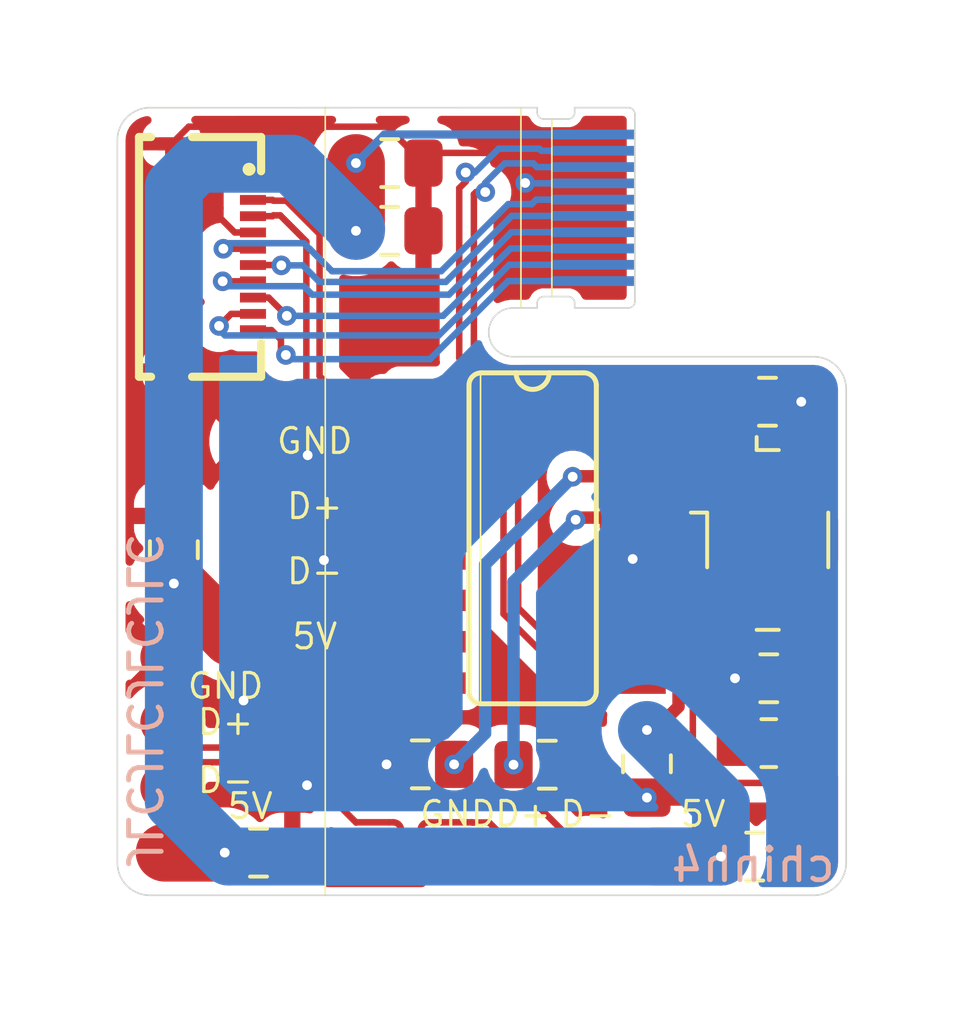
<source format=kicad_pcb>
(kicad_pcb (version 20241229) (generator "pcbnew") (generator_version "9.0")
  (layers (0 "F.Cu" signal) (2 "B.Cu" signal) (13 "F.Paste" user) (15 "B.Paste" user) (5 "F.SilkS" user "F.Silkscreen") (7 "B.SilkS" user "B.Silkscreen") (1 "F.Mask" user) (3 "B.Mask" user) (25 "Edge.Cuts" user))
  (net 0 "")
  (net 1 "EC_CTRL")
  (net 2 "RGB_W")
  (net 3 "RGB_G")
  (net 4 "VBUS")
  (net 5 "USB_HOST_P")
  (net 6 "USB_HOST_N")
  (net 7 "RGB_R")
  (net 8 "SWITCH")
  (net 9 "GND")
  (net 10 "LED_COM")
  (net 11 "Net-(U2-VDD33)")
  (net 12 "X_IN")
  (net 13 "USB_FNG_N")
  (net 14 "USB_FNG_P")
  (net 15 "USB_KB_P")
  (net 16 "USB_KB_N")
  (net 17 "Net-(U2-VDD18)")
  (net 18 "X_OUT")
  (net 19 "USB_EX1_P")
  (net 20 "USB_EX1_N")
  (net 21 "USB_EX2_N")
  (net 22 "Net-(C10-Pad2)")
  (net 23 "USB_EX2_P")
  (footprint "Custom:4 pad" (layer "F.Cu") (at 135.08 51.87 90)
    (property "Reference" "J4" (hide yes))
    (property "Value" "Conn_01x04_Socket")
    (pad "1" smd circle (at -3 0 90) (size 1.5 1.5) (layers "F.Cu" "F.Mask" "F.Paste") (net 4 "VBUS"))
    (pad "2" smd circle (at -1 0 90) (size 1.5 1.5) (layers "F.Cu" "F.Mask" "F.Paste") (net 21 "USB_EX2_N"))
    (pad "3" smd circle (at 1 0 90) (size 1.5 1.5) (layers "F.Cu" "F.Mask" "F.Paste") (net 23 "USB_EX2_P"))
    (pad "4" smd circle (at 3 0 90) (size 1.5 1.5) (layers "F.Cu" "F.Mask" "F.Paste") (net 9 "GND"))
  )
  (footprint "Capacitor_SMD:C_0805_2012Metric_Pad1.18x1.45mm_HandSolder" (layer "F.Cu") (at 135.36 45.57 -90)
    (property "Reference" "C2" (hide yes))
    (property "Value" "10μF")
    (fp_line (start -0.261253 0.735) (end 0.261253 0.735) (stroke (width 0.12)) (layer "F.SilkS"))
    (fp_line (start -0.261253 -0.735) (end 0.261253 -0.735) (stroke (width 0.12)) (layer "F.SilkS"))
    (pad "1" smd roundrect (at -1.0375 0 270) (size 1.175 1.45) (layers "F.Cu" "F.Mask" "F.Paste") (roundrect_rratio 0.212766) (net 9 "GND"))
    (pad "2" smd roundrect (at 1.0375 0 270) (size 1.175 1.45) (layers "F.Cu" "F.Mask" "F.Paste") (roundrect_rratio 0.212766) (net 4 "VBUS"))
  )
  (footprint "Capacitor_SMD:C_0805_2012Metric_Pad1.18x1.45mm_HandSolder" (layer "F.Cu") (at 141.99 35.78 180)
    (property "Reference" "C6" (hide yes))
    (property "Value" "10μF")
    (fp_line (start -0.261252 0.735) (end 0.261252 0.735) (stroke (width 0.12)) (layer "F.SilkS"))
    (fp_line (start -0.261252 -0.735) (end 0.261252 -0.735) (stroke (width 0.12)) (layer "F.SilkS"))
    (pad "1" smd roundrect (at -1.0375 0 180) (size 1.175 1.45) (layers "F.Cu" "F.Mask" "F.Paste") (roundrect_rratio 0.212766) (net 9 "GND"))
    (pad "2" smd roundrect (at 1.0375 0 180) (size 1.175 1.45) (layers "F.Cu" "F.Mask" "F.Paste") (roundrect_rratio 0.212766) (net 4 "VBUS"))
  )
  (footprint "easyeda2kicad:CONN-SMD_10P-P0.50_046809610110846" (layer "F.Cu") (at 136.54 36.58 -90)
    (property "Reference" "FPC1" (hide yes))
    (property "Value" "046809610110846+")
    (fp_line (start -3.68 2.25) (end 3.68 2.25) (stroke (width 0.25)) (layer "F.SilkS"))
    (fp_line (start -3.68 2.25) (end -3.68 1.88) (stroke (width 0.25)) (layer "F.SilkS"))
    (fp_line (start 3.68 2.25) (end 3.68 1.88) (stroke (width 0.25)) (layer "F.SilkS"))
    (fp_line (start -3.68 0.62) (end -3.68 -1.5) (stroke (width 0.25)) (layer "F.SilkS"))
    (fp_line (start 3.68 0.62) (end 3.68 -1.5) (stroke (width 0.25)) (layer "F.SilkS"))
    (fp_line (start -2.63 -1.5) (end -3.68 -1.5) (stroke (width 0.25)) (layer "F.SilkS"))
    (fp_line (start 3.68 -1.5) (end 2.63 -1.5) (stroke (width 0.25)) (layer "F.SilkS"))
    (fp_circle (center -2.69 -1.13) (end -2.59 -1.13) (stroke (width 0.2)) (fill no) (layer "F.SilkS"))
    (pad "1" smd rect (at -2.25 -1.25 270) (size 0.3 0.8) (layers "F.Cu" "F.Mask" "F.Paste") (net 4 "VBUS"))
    (pad "2" smd rect (at -1.75 -1.25 270) (size 0.3 0.8) (layers "F.Cu" "F.Mask" "F.Paste") (net 13 "USB_FNG_N"))
    (pad "3" smd rect (at -1.25 -1.25 270) (size 0.3 0.8) (layers "F.Cu" "F.Mask" "F.Paste") (net 14 "USB_FNG_P"))
    (pad "4" smd rect (at -0.75 -1.25 270) (size 0.3 0.8) (layers "F.Cu" "F.Mask" "F.Paste") (net 9 "GND"))
    (pad "5" smd rect (at -0.25 -1.25 270) (size 0.3 0.8) (layers "F.Cu" "F.Mask" "F.Paste") (net 1 "EC_CTRL"))
    (pad "6" smd rect (at 0.25 -1.25 270) (size 0.3 0.8) (layers "F.Cu" "F.Mask" "F.Paste") (net 8 "SWITCH"))
    (pad "7" smd rect (at 0.75 -1.25 270) (size 0.3 0.8) (layers "F.Cu" "F.Mask" "F.Paste") (net 2 "RGB_W"))
    (pad "8" smd rect (at 1.25 -1.25 270) (size 0.3 0.8) (layers "F.Cu" "F.Mask" "F.Paste") (net 3 "RGB_G"))
    (pad "9" smd rect (at 1.75 -1.25 270) (size 0.3 0.8) (layers "F.Cu" "F.Mask" "F.Paste") (net 7 "RGB_R"))
    (pad "10" smd rect (at 2.25 -1.25 270) (size 0.3 0.8) (layers "F.Cu" "F.Mask" "F.Paste") (net 10 "LED_COM"))
    (pad "11" smd rect (at -3.47 1.25 270) (size 0.4 0.8) (layers "F.Cu" "F.Mask" "F.Paste") (net 9 "GND"))
    (pad "12" smd rect (at 3.47 1.25 270) (size 0.4 0.8) (layers "F.Cu" "F.Mask" "F.Paste") (net 9 "GND"))
  )
  (footprint "Capacitor_SMD:C_0805_2012Metric_Pad1.18x1.45mm_HandSolder" (layer "F.Cu") (at 146.83 52.17 180)
    (property "Reference" "C13" (hide yes))
    (property "Value" "10μF")
    (fp_line (start -0.261253 0.735) (end 0.261253 0.735) (stroke (width 0.12)) (layer "F.SilkS"))
    (fp_line (start -0.261253 -0.735) (end 0.261253 -0.735) (stroke (width 0.12)) (layer "F.SilkS"))
    (pad "1" smd roundrect (at -1.0375 0 180) (size 1.175 1.45) (layers "F.Cu" "F.Mask" "F.Paste") (roundrect_rratio 0.212766) (net 9 "GND"))
    (pad "2" smd roundrect (at 1.0375 0 180) (size 1.175 1.45) (layers "F.Cu" "F.Mask" "F.Paste") (roundrect_rratio 0.212766) (net 11 "Net-(U2-VDD33)"))
  )
  (footprint "Resistor_SMD:R_0805_2012Metric_Pad1.20x1.40mm_HandSolder" (layer "F.Cu") (at 153.6325 51.507499 180)
    (property "Reference" "R7" (hide yes))
    (property "Value" "1kΩ")
    (fp_line (start -0.227064 0.735) (end 0.227064 0.735) (stroke (width 0.12)) (layer "F.SilkS"))
    (fp_line (start -0.227064 -0.735) (end 0.227064 -0.735) (stroke (width 0.12)) (layer "F.SilkS"))
    (pad "1" smd roundrect (at -1 0 180) (size 1.2 1.4) (layers "F.Cu" "F.Mask" "F.Paste") (roundrect_rratio 0.208333) (net 18 "X_OUT"))
    (pad "2" smd roundrect (at 1 0 180) (size 1.2 1.4) (layers "F.Cu" "F.Mask" "F.Paste") (roundrect_rratio 0.208333) (net 22 "Net-(C10-Pad2)"))
  )
  (footprint "Custom:4 pad" (layer "F.Cu") (at 137.7 45.25 90)
    (property "Reference" "J2" (hide yes))
    (property "Value" "Conn_01x04_Socket")
    (pad "1" smd circle (at -3 0 90) (size 1.5 1.5) (layers "F.Cu" "F.Mask" "F.Paste") (net 4 "VBUS"))
    (pad "2" smd circle (at -1 0 90) (size 1.5 1.5) (layers "F.Cu" "F.Mask" "F.Paste") (net 20 "USB_EX1_N"))
    (pad "3" smd circle (at 1 0 90) (size 1.5 1.5) (layers "F.Cu" "F.Mask" "F.Paste") (net 19 "USB_EX1_P"))
    (pad "4" smd circle (at 3 0 90) (size 1.5 1.5) (layers "F.Cu" "F.Mask" "F.Paste") (net 9 "GND"))
  )
  (footprint "Capacitor_SMD:C_0805_2012Metric_Pad1.18x1.45mm_HandSolder" (layer "F.Cu") (at 142.93 52.16)
    (property "Reference" "C14" (hide yes))
    (property "Value" "10μF")
    (fp_line (start -0.261252 -0.735) (end 0.261252 -0.735) (stroke (width 0.12)) (layer "F.SilkS"))
    (fp_line (start -0.261252 0.735) (end 0.261252 0.735) (stroke (width 0.12)) (layer "F.SilkS"))
    (pad "1" smd roundrect (at -1.0375 0) (size 1.175 1.45) (layers "F.Cu" "F.Mask" "F.Paste") (roundrect_rratio 0.212766) (net 9 "GND"))
    (pad "2" smd roundrect (at 1.0375 0) (size 1.175 1.45) (layers "F.Cu" "F.Mask" "F.Paste") (roundrect_rratio 0.212766) (net 17 "Net-(U2-VDD18)"))
  )
  (footprint "Capacitor_SMD:C_0805_2012Metric_Pad1.18x1.45mm_HandSolder" (layer "F.Cu") (at 153.6325 49.5175)
    (property "Reference" "C10" (hide yes))
    (property "Value" "27 pF")
    (fp_line (start -0.261253 -0.735) (end 0.261253 -0.735) (stroke (width 0.12)) (layer "F.SilkS"))
    (fp_line (start -0.261253 0.735) (end 0.261253 0.735) (stroke (width 0.12)) (layer "F.SilkS"))
    (pad "1" smd roundrect (at -1.0375 0) (size 1.175 1.45) (layers "F.Cu" "F.Mask" "F.Paste") (roundrect_rratio 0.212766) (net 9 "GND"))
    (pad "2" smd roundrect (at 1.0375 0) (size 1.175 1.45) (layers "F.Cu" "F.Mask" "F.Paste") (roundrect_rratio 0.212766) (net 22 "Net-(C10-Pad2)"))
  )
  (footprint "Capacitor_SMD:C_0805_2012Metric_Pad1.18x1.45mm_HandSolder" (layer "F.Cu") (at 153.5925 41.027499)
    (property "Reference" "C9" (hide yes))
    (property "Value" "27 pF")
    (fp_line (start -0.261253 -0.735) (end 0.261253 -0.735) (stroke (width 0.12)) (layer "F.SilkS"))
    (fp_line (start -0.261253 0.735) (end 0.261253 0.735) (stroke (width 0.12)) (layer "F.SilkS"))
    (pad "1" smd roundrect (at -1.0375 0) (size 1.175 1.45) (layers "F.Cu" "F.Mask" "F.Paste") (roundrect_rratio 0.212766) (net 12 "X_IN"))
    (pad "2" smd roundrect (at 1.0375 0) (size 1.175 1.45) (layers "F.Cu" "F.Mask" "F.Paste") (roundrect_rratio 0.212766) (net 9 "GND"))
  )
  (footprint "Capacitor_SMD:C_0805_2012Metric_Pad1.18x1.45mm_HandSolder" (layer "F.Cu") (at 153.2 54.99 180)
    (property "Reference" "C8" (hide yes))
    (property "Value" "10μF")
    (fp_line (start -0.261253 0.735) (end 0.261253 0.735) (stroke (width 0.12)) (layer "F.SilkS"))
    (fp_line (start -0.261253 -0.735) (end 0.261253 -0.735) (stroke (width 0.12)) (layer "F.SilkS"))
    (pad "1" smd roundrect (at -1.0375 0 180) (size 1.175 1.45) (layers "F.Cu" "F.Mask" "F.Paste") (roundrect_rratio 0.212766) (net 9 "GND"))
    (pad "2" smd roundrect (at 1.0375 0 180) (size 1.175 1.45) (layers "F.Cu" "F.Mask" "F.Paste") (roundrect_rratio 0.212766) (net 4 "VBUS"))
  )
  (footprint "Custom:4 pad" (layer "F.Cu") (at 147.09 54.99 180)
    (property "Reference" "J3" (hide yes))
    (property "Value" "Conn_01x04_Socket")
    (pad "1" smd circle (at -3 0 180) (size 1.5 1.5) (layers "F.Cu" "F.Mask" "F.Paste") (net 4 "VBUS"))
    (pad "2" smd circle (at -1 0 180) (size 1.5 1.5) (layers "F.Cu" "F.Mask" "F.Paste") (net 16 "USB_KB_N"))
    (pad "3" smd circle (at 1 0 180) (size 1.5 1.5) (layers "F.Cu" "F.Mask" "F.Paste") (net 15 "USB_KB_P"))
    (pad "4" smd circle (at 3 0 180) (size 1.5 1.5) (layers "F.Cu" "F.Mask" "F.Paste") (net 9 "GND"))
  )
  (footprint "Capacitor_SMD:C_0805_2012Metric_Pad1.18x1.45mm_HandSolder" (layer "F.Cu") (at 141.99 33.7 180)
    (property "Reference" "C7" (hide yes))
    (property "Value" "10μF")
    (fp_line (start -0.261252 0.735) (end 0.261252 0.735) (stroke (width 0.12)) (layer "F.SilkS"))
    (fp_line (start -0.261252 -0.735) (end 0.261252 -0.735) (stroke (width 0.12)) (layer "F.SilkS"))
    (pad "1" smd roundrect (at -1.0375 0 180) (size 1.175 1.45) (layers "F.Cu" "F.Mask" "F.Paste") (roundrect_rratio 0.212766) (net 9 "GND"))
    (pad "2" smd roundrect (at 1.0375 0 180) (size 1.175 1.45) (layers "F.Cu" "F.Mask" "F.Paste") (roundrect_rratio 0.212766) (net 4 "VBUS"))
  )
  (footprint "Custom:Kyocera_046809610110846+_PCB_Edge" (layer "F.Cu") (at 147.87 35.0725 -90)
    (property "Reference" "J1" (hide yes))
    (property "Value" "046809610110846+ Male" (hide yes))
    (fp_line (start -3.075 1.85) (end 3.075 1.85) (stroke (width 0.05)) (layer "F.SilkS"))
    (fp_line (start -2.725 0.9) (end 2.725 0.9) (stroke (width 0.05)) (layer "F.SilkS"))
    (fp_line (start -3.075 1.35) (end -3.075 1.85) (stroke (width 0.05)) (layer "Edge.Cuts"))
    (fp_line (start -2.925 1.35) (end -3.075 1.35) (stroke (width 0.05)) (layer "Edge.Cuts"))
    (fp_line (start 2.925 1.35) (end 3.075 1.35) (stroke (width 0.05)) (layer "Edge.Cuts"))
    (fp_line (start 3.075 1.35) (end 3.075 1.85) (stroke (width 0.05)) (layer "Edge.Cuts"))
    (fp_line (start -2.725 0.4) (end -2.725 1.15) (stroke (width 0.05)) (layer "Edge.Cuts"))
    (fp_line (start 2.725 0.4) (end 2.725 1.15) (stroke (width 0.05)) (layer "Edge.Cuts"))
    (fp_line (start -3.075 0.2) (end -2.925 0.2) (stroke (width 0.05)) (layer "Edge.Cuts"))
    (fp_line (start 3.075 0.2) (end 2.925 0.2) (stroke (width 0.05)) (layer "Edge.Cuts"))
    (fp_line (start -3.075 -1.45) (end -3.075 0.2) (stroke (width 0.05)) (layer "Edge.Cuts"))
    (fp_line (start 3.075 -1.45) (end 3.075 0.2) (stroke (width 0.05)) (layer "Edge.Cuts"))
    (fp_line (start 2.875 -1.65) (end -2.875 -1.65) (stroke (width 0.05)) (layer "Edge.Cuts"))
    (fp_arc (start 2.925 1.35) (mid 2.783579 1.291421) (end 2.725 1.15) (stroke (width 0.05)) (layer "Edge.Cuts"))
    (fp_arc (start -2.725 1.15) (mid -2.783579 1.291421) (end -2.925 1.35) (stroke (width 0.05)) (layer "Edge.Cuts"))
    (fp_arc (start 2.725 0.4) (mid 2.783579 0.258579) (end 2.925 0.2) (stroke (width 0.05)) (layer "Edge.Cuts"))
    (fp_arc (start -2.925 0.2) (mid -2.783579 0.258579) (end -2.725 0.4) (stroke (width 0.05)) (layer "Edge.Cuts"))
    (fp_arc (start -3.075 -1.45) (mid -3.016421 -1.591421) (end -2.875 -1.65) (stroke (width 0.05)) (layer "Edge.Cuts"))
    (fp_arc (start 2.875 -1.65) (mid 3.016421 -1.591421) (end 3.075 -1.45) (stroke (width 0.05)) (layer "Edge.Cuts"))
    (pad "1" connect custom (at -2.25 -0.375 270) (size 0.3 2.5) (layers "B.Cu" "B.Mask") (net 4 "VBUS") (options (clearance outline) (anchor rect)) (primitives))
    (pad "2" connect custom (at -1.75 -0.375 270) (size 0.3 2.5) (layers "B.Cu" "B.Mask") (net 6 "USB_HOST_N") (options (clearance outline) (anchor rect)) (primitives))
    (pad "3" connect custom (at -1.25 -0.375 270) (size 0.3 2.5) (layers "B.Cu" "B.Mask") (net 5 "USB_HOST_P") (options (clearance outline) (anchor rect)) (primitives))
    (pad "4" connect custom (at -0.75 -0.375 270) (size 0.3 2.5) (layers "B.Cu" "B.Mask") (net 9 "GND") (options (clearance outline) (anchor rect)) (primitives))
    (pad "5" connect custom (at -0.25 -0.375 270) (size 0.3 2.5) (layers "B.Cu" "B.Mask") (net 1 "EC_CTRL") (options (clearance outline) (anchor rect)) (primitives))
    (pad "6" connect custom (at 0.25 -0.375 270) (size 0.3 2.5) (layers "B.Cu" "B.Mask") (net 8 "SWITCH") (options (clearance outline) (anchor rect)) (primitives))
    (pad "7" connect custom (at 0.75 -0.375 270) (size 0.3 2.5) (layers "B.Cu" "B.Mask") (net 2 "RGB_W") (options (clearance outline) (anchor rect)) (primitives))
    (pad "8" connect custom (at 1.25 -0.375 270) (size 0.3 2.5) (layers "B.Cu" "B.Mask") (net 3 "RGB_G") (options (clearance outline) (anchor rect)) (primitives))
    (pad "9" connect custom (at 1.75 -0.375 270) (size 0.3 2.5) (layers "B.Cu" "B.Mask") (net 7 "RGB_R") (options (clearance outline) (anchor rect)) (primitives))
    (pad "10" connect custom (at 2.25 -0.375 270) (size 0.3 2.5) (layers "B.Cu" "B.Mask") (net 10 "LED_COM") (options (clearance outline) (anchor rect)) (primitives))
  )
  (footprint "Custom:SO16" (layer "F.Cu") (at 146.38 45.22 -90)
    (property "Reference" "U2" (hide yes))
    (property "Value" "SL2.1A")
    (fp_line (start -4.699 1.9558) (end 4.699 1.9558) (stroke (width 0.1524)) (layer "F.SilkS"))
    (fp_line (start -5.08 1.6002) (end 5.08 1.6002) (stroke (width 0.0508)) (layer "F.SilkS"))
    (fp_line (start 5.08 1.5748) (end 5.08 -1.5748) (stroke (width 0.1524)) (layer "F.SilkS"))
    (fp_line (start -5.08 0.508) (end -5.08 1.5748) (stroke (width 0.1524)) (layer "F.SilkS"))
    (fp_line (start -5.08 -0.508) (end -5.08 0.508) (stroke (width 0.1524)) (layer "F.SilkS"))
    (fp_line (start -5.08 -1.5748) (end -5.08 -0.508) (stroke (width 0.1524)) (layer "F.SilkS"))
    (fp_line (start 4.699 -1.9558) (end -4.699 -1.9558) (stroke (width 0.1524)) (layer "F.SilkS"))
    (fp_arc (start -4.699 1.9558) (mid -4.968408 1.844208) (end -5.08 1.5748) (stroke (width 0.1524)) (layer "F.SilkS"))
    (fp_arc (start 5.08 1.5748) (mid 4.968408 1.844208) (end 4.699 1.9558) (stroke (width 0.1524)) (layer "F.SilkS"))
    (fp_arc (start -5.08 -0.508) (mid -4.572 0) (end -5.08 0.508) (stroke (width 0.1524)) (layer "F.SilkS"))
    (fp_arc (start -5.08 -1.5748) (mid -4.968408 -1.844208) (end -4.699 -1.9558) (stroke (width 0.1524)) (layer "F.SilkS"))
    (fp_arc (start 4.699 -1.9558) (mid 4.968408 -1.844208) (end 5.08 -1.5748) (stroke (width 0.1524)) (layer "F.SilkS"))
    (pad "1" smd rect (at -4.445001 3.0734 270) (size 0.6604 2.032) (layers "F.Cu" "F.Mask" "F.Paste") (net 13 "USB_FNG_N"))
    (pad "2" smd rect (at -3.175 3.0734 270) (size 0.6604 2.032) (layers "F.Cu" "F.Mask" "F.Paste") (net 14 "USB_FNG_P"))
    (pad "3" smd rect (at -1.904999 3.0734 270) (size 0.6604 2.032) (layers "F.Cu" "F.Mask" "F.Paste") (net 19 "USB_EX1_P"))
    (pad "4" smd rect (at -0.635 3.0734 270) (size 0.6604 2.032) (layers "F.Cu" "F.Mask" "F.Paste") (net 20 "USB_EX1_N"))
    (pad "5" smd rect (at 0.635 3.0734 270) (size 0.6604 2.032) (layers "F.Cu" "F.Mask" "F.Paste") (net 23 "USB_EX2_P"))
    (pad "6" smd rect (at 1.904999 3.0734 270) (size 0.6604 2.032) (layers "F.Cu" "F.Mask" "F.Paste") (net 21 "USB_EX2_N"))
    (pad "7" smd rect (at 3.175 3.0734 270) (size 0.6604 2.032) (layers "F.Cu" "F.Mask" "F.Paste") (net 15 "USB_KB_P"))
    (pad "8" smd rect (at 4.445001 3.0734 270) (size 0.6604 2.032) (layers "F.Cu" "F.Mask" "F.Paste") (net 16 "USB_KB_N"))
    (pad "9" smd rect (at 4.445001 -3.0734 270) (size 0.6604 2.032) (layers "F.Cu" "F.Mask" "F.Paste") (net 6 "USB_HOST_N"))
    (pad "10" smd rect (at 3.175 -3.0734 270) (size 0.6604 2.032) (layers "F.Cu" "F.Mask" "F.Paste") (net 5 "USB_HOST_P"))
    (pad "11" smd rect (at 1.904999 -3.0734 270) (size 0.6604 2.032) (layers "F.Cu" "F.Mask" "F.Paste") (net 4 "VBUS"))
    (pad "12" smd rect (at 0.635 -3.0734 270) (size 0.6604 2.032) (layers "F.Cu" "F.Mask" "F.Paste") (net 9 "GND"))
    (pad "13" smd rect (at -0.635 -3.0734 270) (size 0.6604 2.032) (layers "F.Cu" "F.Mask" "F.Paste") (net 11 "Net-(U2-VDD33)"))
    (pad "14" smd rect (at -1.904999 -3.0734 270) (size 0.6604 2.032) (layers "F.Cu" "F.Mask" "F.Paste") (net 17 "Net-(U2-VDD18)"))
    (pad "15" smd rect (at -3.175 -3.0734 270) (size 0.6604 2.032) (layers "F.Cu" "F.Mask" "F.Paste") (net 18 "X_OUT"))
    (pad "16" smd rect (at -4.445001 -3.0734 270) (size 0.6604 2.032) (layers "F.Cu" "F.Mask" "F.Paste") (net 12 "X_IN"))
  )
  (footprint "Crystal:Crystal_SMD_Abracon_ABM3B-4Pin_5.0x3.2mm" (layer "F.Cu") (at 153.6 45.27 -90)
    (property "Reference" "Y1" (hide yes))
    (property "Value" "12MHz 18pF")
    (fp_line (start -0.84 1.86) (end -0.84 2.36) (stroke (width 0.12)) (layer "F.SilkS"))
    (fp_line (start 0.84 1.86) (end -0.84 1.86) (stroke (width 0.12)) (layer "F.SilkS"))
    (fp_line (start -3.16 0.34) (end -2.76 0.34) (stroke (width 0.12)) (layer "F.SilkS"))
    (fp_line (start -2.76 0.34) (end -2.76 -0.34) (stroke (width 0.12)) (layer "F.SilkS"))
    (fp_line (start 2.76 -0.34) (end 2.76 0.34) (stroke (width 0.12)) (layer "F.SilkS"))
    (fp_line (start -0.84 -1.86) (end 0.84 -1.86) (stroke (width 0.12)) (layer "F.SilkS"))
    (pad "1" smd roundrect (at -2 1.200001 270) (size 1.8 1.2) (layers "F.Cu" "F.Mask" "F.Paste") (roundrect_rratio 0.208333) (net 12 "X_IN"))
    (pad "2" smd roundrect (at 2 1.200001 270) (size 1.8 1.2) (layers "F.Cu" "F.Mask" "F.Paste") (roundrect_rratio 0.208333) (net 9 "GND"))
    (pad "3" smd roundrect (at 2 -1.200001 270) (size 1.8 1.2) (layers "F.Cu" "F.Mask" "F.Paste") (roundrect_rratio 0.208333) (net 22 "Net-(C10-Pad2)"))
    (pad "4" smd roundrect (at -2 -1.200001 270) (size 1.8 1.2) (layers "F.Cu" "F.Mask" "F.Paste") (roundrect_rratio 0.208333) (net 9 "GND"))
  )
  (footprint "Capacitor_SMD:C_0805_2012Metric_Pad1.18x1.45mm_HandSolder" (layer "F.Cu") (at 149.89 52.1425 90)
    (property "Reference" "C11" (hide yes))
    (property "Value" "0.1μF")
    (fp_line (start -0.261253 -0.735) (end 0.261253 -0.735) (stroke (width 0.12)) (layer "F.SilkS"))
    (fp_line (start -0.261253 0.735) (end 0.261253 0.735) (stroke (width 0.12)) (layer "F.SilkS"))
    (pad "1" smd roundrect (at -1.0375 0 90) (size 1.175 1.45) (layers "F.Cu" "F.Mask" "F.Paste") (roundrect_rratio 0.212766) (net 9 "GND"))
    (pad "2" smd roundrect (at 1.0375 0 90) (size 1.175 1.45) (layers "F.Cu" "F.Mask" "F.Paste") (roundrect_rratio 0.212766) (net 4 "VBUS"))
  )
  (footprint "Capacitor_SMD:C_0805_2012Metric_Pad1.18x1.45mm_HandSolder" (layer "F.Cu") (at 137.96 54.87 180)
    (property "Reference" "C1" (hide yes))
    (property "Value" "10μF")
    (fp_line (start -0.261253 0.735) (end 0.261253 0.735) (stroke (width 0.12)) (layer "F.SilkS"))
    (fp_line (start -0.261253 -0.735) (end 0.261253 -0.735) (stroke (width 0.12)) (layer "F.SilkS"))
    (pad "1" smd roundrect (at -1.0375 0 180) (size 1.175 1.45) (layers "F.Cu" "F.Mask" "F.Paste") (roundrect_rratio 0.212766) (net 9 "GND"))
    (pad "2" smd roundrect (at 1.0375 0 180) (size 1.175 1.45) (layers "F.Cu" "F.Mask" "F.Paste") (roundrect_rratio 0.212766) (net 4 "VBUS"))
  )
  (gr_line (start 140.01 32.0025) (end 140.01 56.17) (stroke (width 0.05)) (layer "F.SilkS"))
  (gr_line (start 133.625 32.999784) (end 133.625 55.18) (stroke (width 0.05)) (layer "Edge.Cuts"))
  (gr_arc (start 156.01 55.18) (mid 155.717107 55.887107) (end 155.01 56.18) (stroke (width 0.05)) (layer "Edge.Cuts"))
  (gr_arc (start 134.625 56.18) (mid 133.917893 55.887107) (end 133.625 55.18) (stroke (width 0.05)) (layer "Edge.Cuts"))
  (gr_line (start 145.78 39.645) (end 155.01 39.645) (stroke (width 0.05)) (layer "Edge.Cuts"))
  (gr_line (start 156.01 55.18) (end 156.01 40.645) (stroke (width 0.05)) (layer "Edge.Cuts"))
  (gr_arc (start 133.625 32.999784) (mid 133.917828 32.292758) (end 134.6248 31.999784) (stroke (width 0.05)) (layer "Edge.Cuts"))
  (gr_line (start 134.625 56.18) (end 155.01 56.18) (stroke (width 0.05)) (layer "Edge.Cuts"))
  (gr_arc (start 155.01 39.645) (mid 155.717107 39.937893) (end 156.01 40.645) (stroke (width 0.05)) (layer "Edge.Cuts"))
  (gr_line (start 145.78 38.1475) (end 146.02 38.1475) (stroke (width 0.05)) (layer "Edge.Cuts"))
  (gr_line (start 146.02 31.9975) (end 134.6248 31.999784) (stroke (width 0.05)) (layer "Edge.Cuts"))
  (gr_arc (start 145.78 39.645) (mid 145.03125 38.89625) (end 145.78 38.1475) (stroke (width 0.05)) (layer "Edge.Cuts"))
  (gr_text "D+" (at 138.77 44.68 0) (layer "F.SilkS") (effects (font (size 0.762 0.762) (thickness 0.1)) (justify left bottom)))
  (gr_text "5V" (at 136.95 53.89 0) (layer "F.SilkS") (effects (font (size 0.762 0.762) (thickness 0.1)) (justify left bottom)))
  (gr_text "D+" (at 136.03 51.31 0) (layer "F.SilkS") (effects (font (size 0.762 0.762) (thickness 0.1)) (justify left bottom)))
  (gr_text "D-" (at 147.163486 54.13 0) (layer "F.SilkS") (effects (font (size 0.762 0.762) (thickness 0.1)) (justify left bottom)))
  (gr_text "5V" (at 150.86 54.13 0) (layer "F.SilkS") (effects (font (size 0.762 0.762) (thickness 0.1)) (justify left bottom)))
  (gr_text "5V" (at 138.933286 48.68 0) (layer "F.SilkS") (effects (font (size 0.762 0.762) (thickness 0.1)) (justify left bottom)))
  (gr_text "D-" (at 136.03 53.09 0) (layer "F.SilkS") (effects (font (size 0.762 0.762) (thickness 0.1)) (justify left bottom)))
  (gr_text "GND" (at 142.855057 54.13 0) (layer "F.SilkS") (effects (font (size 0.762 0.762) (thickness 0.1)) (justify left bottom)))
  (gr_text "D-" (at 138.77 46.68 0) (layer "F.SilkS") (effects (font (size 0.762 0.762) (thickness 0.1)) (justify left bottom)))
  (gr_text "GND" (at 135.721571 50.2 0) (layer "F.SilkS") (effects (font (size 0.762 0.762) (thickness 0.1)) (justify left bottom)))
  (gr_text "D+" (at 145.163486 54.13 0) (layer "F.SilkS") (effects (font (size 0.762 0.762) (thickness 0.1)) (justify left bottom)))
  (gr_text "GND" (at 138.461571 42.68 0) (layer "F.SilkS") (effects (font (size 0.762 0.762) (thickness 0.1)) (justify left bottom)))
  (gr_text "JLCJLCJLCJLC" (at 133.84 50.21 270) (layer "B.SilkS") (effects (font (size 1 1) (thickness 0.150114)) (justify bottom mirror)))
  (gr_text "chinh4" (at 155.75 55.83 -0) (layer "B.SilkS") (effects (font (size 1 1) (thickness 0.150114)) (justify left bottom mirror)))
  (segment (start 137.79 36.33) (end 136.88 36.33) (width 0.2) (layer "F.Cu") (net 1))
  (via (at 136.88 36.33) (size 0.6) (drill 0.3) (layers "F.Cu" "B.Cu") (net 1))
  (segment (start 148.245 34.8225) (end 146.487443 34.8225) (width 0.2) (layer "B.Cu") (net 1))
  (segment (start 137.05 36.16) (end 136.88 36.33) (width 0.2) (layer "B.Cu") (net 1))
  (segment (start 139.35 36.16) (end 137.05 36.16) (width 0.2) (layer "B.Cu") (net 1))
  (segment (start 140.22 37.02) (end 139.53 36.33) (width 0.2) (layer "B.Cu") (net 1))
  (segment (start 145.63 34.96) (end 143.57 37.02) (width 0.2) (layer "B.Cu") (net 1))
  (segment (start 139.53 36.33) (end 139.52 36.33) (width 0.2) (layer "B.Cu") (net 1))
  (segment (start 143.57 37.02) (end 140.22 37.02) (width 0.2) (layer "B.Cu") (net 1))
  (segment (start 139.52 36.33) (end 139.35 36.16) (width 0.2) (layer "B.Cu") (net 1))
  (segment (start 146.487443 34.8225) (end 146.349943 34.96) (width 0.2) (layer "B.Cu") (net 1))
  (segment (start 146.349943 34.96) (end 145.63 34.96) (width 0.2) (layer "B.Cu") (net 1))
  (segment (start 137.79 37.33) (end 136.86 37.33) (width 0.2) (layer "F.Cu") (net 2))
  (via (at 136.86 37.33) (size 0.6) (drill 0.3) (layers "F.Cu" "B.Cu") (net 2))
  (segment (start 137.01 37.48) (end 136.86 37.33) (width 0.2) (layer "B.Cu") (net 2))
  (segment (start 148.245 35.8225) (end 145.7275 35.8225) (width 0.2) (layer "B.Cu") (net 2))
  (segment (start 143.81 37.74) (end 139.61 37.74) (width 0.2) (layer "B.Cu") (net 2))
  (segment (start 139.61 37.74) (end 139.35 37.48) (width 0.2) (layer "B.Cu") (net 2))
  (segment (start 139.35 37.48) (end 137.01 37.48) (width 0.2) (layer "B.Cu") (net 2))
  (segment (start 145.7275 35.8225) (end 143.81 37.74) (width 0.2) (layer "B.Cu") (net 2))
  (segment (start 137.79 37.83) (end 138.27 37.83) (width 0.2) (layer "F.Cu") (net 3))
  (segment (start 138.27 37.83) (end 138.83 38.39) (width 0.2) (layer "F.Cu") (net 3))
  (via (at 138.83 38.39) (size 0.6) (drill 0.3) (layers "F.Cu" "B.Cu") (net 3))
  (segment (start 143.63 38.39) (end 145.6975 36.3225) (width 0.2) (layer "B.Cu") (net 3))
  (segment (start 138.83 38.39) (end 143.63 38.39) (width 0.2) (layer "B.Cu") (net 3))
  (segment (start 145.6975 36.3225) (end 148.245 36.3225) (width 0.2) (layer "B.Cu") (net 3))
  (segment (start 150.8609 47.6733) (end 150.8609 50.386701) (width 0.381) (layer "F.Cu") (net 4))
  (segment (start 137.097847 48.25) (end 137.7 48.25) (width 1.778) (layer "F.Cu") (net 4))
  (segment (start 140.9525 35.78) (end 140.9525 33.7) (width 1.778) (layer "F.Cu") (net 4))
  (segment (start 150.312599 47.124999) (end 150.8609 47.6733) (width 0.381) (layer "F.Cu") (net 4))
  (segment (start 136.9225 54.87) (end 135.08 54.87) (width 1.778) (layer "F.Cu") (net 4))
  (segment (start 149.4534 47.124999) (end 150.312599 47.124999) (width 0.381) (layer "F.Cu") (net 4))
  (segment (start 150.8609 50.386701) (end 150.142601 51.105) (width 0.381) (layer "F.Cu") (net 4))
  (segment (start 152.1625 54.99) (end 150.09 54.99) (width 1.778) (layer "F.Cu") (net 4))
  (segment (start 135.36 46.6075) (end 135.455347 46.6075) (width 1.778) (layer "F.Cu") (net 4))
  (segment (start 150.142601 51.105) (end 149.89 51.105) (width 0.381) (layer "F.Cu") (net 4))
  (segment (start 140.3225 34.33) (end 140.9525 33.7) (width 0.254) (layer "F.Cu") (net 4))
  (segment (start 135.455347 46.6075) (end 137.097847 48.25) (width 1.778) (layer "F.Cu") (net 4))
  (segment (start 137.79 34.33) (end 140.3225 34.33) (width 0.254) (layer "F.Cu") (net 4))
  (via (at 140.9525 35.78) (size 0.6) (drill 0.3) (layers "F.Cu" "B.Cu") (net 4))
  (via (at 149.89 51.105) (size 0.6) (drill 0.3) (layers "F.Cu" "B.Cu") (net 4))
  (via (at 152.1625 54.99) (size 0.6) (drill 0.3) (layers "F.Cu" "B.Cu") (net 4))
  (via (at 135.36 46.6075) (size 0.6) (drill 0.3) (layers "F.Cu" "B.Cu") (net 4))
  (via (at 140.9525 33.7) (size 0.6) (drill 0.3) (layers "F.Cu" "B.Cu") (net 4))
  (via (at 136.9225 54.87) (size 0.6) (drill 0.3) (layers "F.Cu" "B.Cu") (net 4))
  (segment (start 152.1625 54.99) (end 152.1625 53.3775) (width 1.778) (layer "B.Cu") (net 4))
  (segment (start 140.9525 35.7025) (end 140.9525 35.78) (width 1.778) (layer "B.Cu") (net 4))
  (segment (start 136.08 33.72) (end 138.97 33.72) (width 1.778) (layer "B.Cu") (net 4))
  (segment (start 138.97 33.72) (end 140.9525 35.7025) (width 1.778) (layer "B.Cu") (net 4))
  (segment (start 148.245 32.8225) (end 141.83 32.8225) (width 0.254) (layer "B.Cu") (net 4))
  (segment (start 152.1625 54.99) (end 137.0425 54.99) (width 1.778) (layer "B.Cu") (net 4))
  (segment (start 135.36 46.6075) (end 135.36 53.3075) (width 1.778) (layer "B.Cu") (net 4))
  (segment (start 135.36 34.44) (end 136.08 33.72) (width 1.778) (layer "B.Cu") (net 4))
  (segment (start 135.36 53.3075) (end 136.9225 54.87) (width 1.778) (layer "B.Cu") (net 4))
  (segment (start 152.1625 53.3775) (end 149.89 51.105) (width 1.778) (layer "B.Cu") (net 4))
  (segment (start 141.83 32.8225) (end 140.9525 33.7) (width 0.254) (layer "B.Cu") (net 4))
  (segment (start 137.0425 54.99) (end 136.9225 54.87) (width 1.778) (layer "B.Cu") (net 4))
  (segment (start 135.36 46.6075) (end 135.36 34.44) (width 1.778) (layer "B.Cu") (net 4))
  (segment (start 145.935 47.356802) (end 145.935 40.856802) (width 0.2) (layer "F.Cu") (net 5))
  (segment (start 147.383199 48.805001) (end 145.935 47.356802) (width 0.2) (layer "F.Cu") (net 5))
  (segment (start 145.935 40.856802) (end 144.575 39.496802) (width 0.2) (layer "F.Cu") (net 5))
  (segment (start 144.575 39.496802) (end 144.575 34.655943) (width 0.2) (layer "F.Cu") (net 5))
  (segment (start 147.929399 48.395) (end 147.519398 48.805001) (width 0.2) (layer "F.Cu") (net 5))
  (segment (start 144.641186 34.589757) (end 144.924029 34.589757) (width 0.2) (layer "F.Cu") (net 5))
  (segment (start 149.4534 48.395) (end 147.929399 48.395) (width 0.2) (layer "F.Cu") (net 5))
  (segment (start 144.575 34.655943) (end 144.641186 34.589757) (width 0.2) (layer "F.Cu") (net 5))
  (segment (start 147.519398 48.805001) (end 147.383199 48.805001) (width 0.2) (layer "F.Cu") (net 5))
  (via (at 144.924029 34.589757) (size 0.6) (drill 0.3) (layers "F.Cu" "B.Cu") (net 5))
  (segment (start 144.924029 34.589757) (end 144.924029 34.306914) (width 0.2) (layer "B.Cu") (net 5))
  (segment (start 146.398943 33.709) (end 146.512443 33.8225) (width 0.2) (layer "B.Cu") (net 5))
  (segment (start 144.924029 34.306914) (end 145.521943 33.709) (width 0.2) (layer "B.Cu") (net 5))
  (segment (start 146.512443 33.8225) (end 148.245 33.8225) (width 0.2) (layer "B.Cu") (net 5))
  (segment (start 145.521943 33.709) (end 146.398943 33.709) (width 0.2) (layer "B.Cu") (net 5))
  (segment (start 144.125 34.469545) (end 144.322987 34.271558) (width 0.2) (layer "F.Cu") (net 6))
  (segment (start 149.4534 49.665001) (end 147.929399 49.665001) (width 0.2) (layer "F.Cu") (net 6))
  (segment (start 147.196802 49.255) (end 145.485 47.543198) (width 0.2) (layer "F.Cu") (net 6))
  (segment (start 145.485 41.043198) (end 144.125 39.683198) (width 0.2) (layer "F.Cu") (net 6))
  (segment (start 147.519398 49.255) (end 147.196802 49.255) (width 0.2) (layer "F.Cu") (net 6))
  (segment (start 147.929399 49.665001) (end 147.519398 49.255) (width 0.2) (layer "F.Cu") (net 6))
  (segment (start 145.485 47.543198) (end 145.485 41.043198) (width 0.2) (layer "F.Cu") (net 6))
  (segment (start 144.125 39.683198) (end 144.125 34.469545) (width 0.2) (layer "F.Cu") (net 6))
  (segment (start 144.322987 34.271558) (end 144.322987 33.988715) (width 0.2) (layer "F.Cu") (net 6))
  (via (at 144.322987 33.988715) (size 0.6) (drill 0.3) (layers "F.Cu" "B.Cu") (net 6))
  (segment (start 146.648811 33.3225) (end 148.245 33.3225) (width 0.2) (layer "B.Cu") (net 6))
  (segment (start 145.335525 33.25902) (end 146.585331 33.25902) (width 0.2) (layer "B.Cu") (net 6))
  (segment (start 144.322987 33.988715) (end 144.60583 33.988715) (width 0.2) (layer "B.Cu") (net 6))
  (segment (start 146.585331 33.25902) (end 146.648811 33.3225) (width 0.2) (layer "B.Cu") (net 6))
  (segment (start 144.60583 33.988715) (end 145.335525 33.25902) (width 0.2) (layer "B.Cu") (net 6))
  (segment (start 137.79 38.33) (end 137.119 38.33) (width 0.2) (layer "F.Cu") (net 7))
  (segment (start 137.119 38.33) (end 136.749 38.7) (width 0.2) (layer "F.Cu") (net 7))
  (via (at 136.749 38.7) (size 0.6) (drill 0.3) (layers "F.Cu" "B.Cu") (net 7))
  (segment (start 136.928 38.991) (end 143.492862 38.991) (width 0.2) (layer "B.Cu") (net 7))
  (segment (start 143.492862 38.991) (end 145.661362 36.8225) (width 0.2) (layer "B.Cu") (net 7))
  (segment (start 145.661362 36.8225) (end 148.245 36.8225) (width 0.2) (layer "B.Cu") (net 7))
  (segment (start 136.749 38.7) (end 136.749 38.812) (width 0.2) (layer "B.Cu") (net 7))
  (segment (start 136.749 38.812) (end 136.928 38.991) (width 0.2) (layer "B.Cu") (net 7))
  (segment (start 137.79 36.83) (end 138.65 36.83) (width 0.2) (layer "F.Cu") (net 8))
  (segment (start 138.65 36.83) (end 138.66 36.84) (width 0.2) (layer "F.Cu") (net 8))
  (via (at 138.66 36.84) (size 0.6) (drill 0.3) (layers "F.Cu" "B.Cu") (net 8))
  (segment (start 143.712 37.348) (end 139.828 37.348) (width 0.2) (layer "B.Cu") (net 8))
  (segment (start 139.828 37.348) (end 139.32 36.84) (width 0.2) (layer "B.Cu") (net 8))
  (segment (start 145.7375 35.3225) (end 143.712 37.348) (width 0.2) (layer "B.Cu") (net 8))
  (segment (start 148.245 35.3225) (end 145.7375 35.3225) (width 0.2) (layer "B.Cu") (net 8))
  (segment (start 139.32 36.84) (end 138.66 36.84) (width 0.2) (layer "B.Cu") (net 8))
  (segment (start 143.0275 33.7) (end 141.9105 32.583) (width 0.2) (layer "F.Cu") (net 9))
  (segment (start 146.15 34.31) (end 145.227715 33.387715) (width 0.2) (layer "F.Cu") (net 9))
  (segment (start 138.9975 54.87) (end 138.9975 53.2525) (width 0.2) (layer "F.Cu") (net 9))
  (segment (start 145.227715 33.387715) (end 143.339785 33.387715) (width 0.2) (layer "F.Cu") (net 9))
  (segment (start 135.29 33.890057) (end 135.29 33.11) (width 0.2) (layer "F.Cu") (net 9))
  (segment (start 137.79 35.83) (end 137.229943 35.83) (width 0.2) (layer "F.Cu") (net 9))
  (segment (start 148.8775 53.18) (end 147.8675 52.17) (width 0.2) (layer "F.Cu") (net 9))
  (segment (start 135.817 32.583) (end 135.29 33.11) (width 0.2) (layer "F.Cu") (net 9))
  (segment (start 137.229943 35.83) (end 135.29 33.890057) (width 0.2) (layer "F.Cu") (net 9))
  (segment (start 143.97 54.87) (end 144.09 54.99) (width 0.2) (layer "F.Cu") (net 9))
  (segment (start 143.339785 33.387715) (end 143.0275 33.7) (width 0.2) (layer "F.Cu") (net 9))
  (segment (start 138.9975 54.87) (end 143.97 54.87) (width 0.2) (layer "F.Cu") (net 9))
  (segment (start 141.9105 32.583) (end 135.817 32.583) (width 0.2) (layer "F.Cu") (net 9))
  (segment (start 149.89 53.18) (end 148.8775 53.18) (width 0.2) (layer "F.Cu") (net 9))
  (segment (start 138.9975 53.2525) (end 139.45 52.8) (width 0.2) (layer "F.Cu") (net 9))
  (via (at 139.47 42.67) (size 0.6) (drill 0.3) (layers "F.Cu" "B.Cu") (net 9))
  (via (at 149.4534 45.855) (size 0.6) (drill 0.3) (layers "F.Cu" "B.Cu") (net 9))
  (via (at 146.15 34.31) (size 0.6) (drill 0.3) (layers "F.Cu" "B.Cu") (net 9))
  (via (at 152.595 49.5175) (size 0.6) (drill 0.3) (layers "F.Cu" "B.Cu") (net 9))
  (via (at 149.89 53.18) (size 0.6) (drill 0.3) (layers "F.Cu" "B.Cu") (net 9))
  (via (at 141.8925 52.16) (size 0.6) (drill 0.3) (layers "F.Cu" "B.Cu") (net 9))
  (via (at 139.45 52.8) (size 0.6) (drill 0.3) (layers "F.Cu" "B.Cu") (net 9))
  (via (at 154.63 41.027499) (size 0.6) (drill 0.3) (layers "F.Cu" "B.Cu") (net 9))
  (via (at 139.97 45.89) (size 0.6) (drill 0.3) (layers "F.Cu" "B.Cu") (net 9))
  (via (at 137.5 50.2) (size 0.6) (drill 0.3) (layers "F.Cu" "B.Cu") (net 9))
  (segment (start 152.595 49.5175) (end 152.595 48.9966) (width 0.2) (layer "B.Cu") (net 9))
  (segment (start 148.245 34.3225) (end 146.1625 34.3225) (width 0.2) (layer "B.Cu") (net 9))
  (segment (start 139.45 52.8) (end 139.45 52.15) (width 0.2) (layer "B.Cu") (net 9))
  (segment (start 152.595 48.9966) (end 149.4534 45.855) (width 0.2) (layer "B.Cu") (net 9))
  (segment (start 139.45 52.15) (end 137.5 50.2) (width 0.2) (layer "B.Cu") (net 9))
  (segment (start 146.1625 34.3225) (end 146.15 34.31) (width 0.2) (layer "B.Cu") (net 9))
  (segment (start 138.65 39.441) (end 138.65 39.12) (width 0.2) (layer "F.Cu") (net 10))
  (segment (start 138.8 39.591) (end 138.65 39.441) (width 0.2) (layer "F.Cu") (net 10))
  (segment (start 138.65 39.12) (end 138.36 38.83) (width 0.2) (layer "F.Cu") (net 10))
  (segment (start 138.36 38.83) (end 137.79 38.83) (width 0.2) (layer "F.Cu") (net 10))
  (via (at 138.8 39.591) (size 0.6) (drill 0.3) (layers "F.Cu" "B.Cu") (net 10))
  (segment (start 138.8 39.591) (end 138.929 39.72) (width 0.2) (layer "B.Cu") (net 10))
  (segment (start 143.227724 39.72) (end 145.625224 37.3225) (width 0.2) (layer "B.Cu") (net 10))
  (segment (start 145.625224 37.3225) (end 148.245 37.3225) (width 0.2) (layer "B.Cu") (net 10))
  (segment (start 138.929 39.72) (end 143.227724 39.72) (width 0.2) (layer "B.Cu") (net 10))
  (segment (start 147.765 44.585) (end 147.7 44.65) (width 0.381) (layer "F.Cu") (net 11))
  (segment (start 149.4534 44.585) (end 147.765 44.585) (width 0.381) (layer "F.Cu") (net 11))
  (via (at 147.7 44.65) (size 0.6) (drill 0.3) (layers "F.Cu" "B.Cu") (net 11))
  (via (at 145.7925 52.17) (size 0.6) (drill 0.3) (layers "F.Cu" "B.Cu") (net 11))
  (segment (start 145.7925 46.5575) (end 147.7 44.65) (width 0.381) (layer "B.Cu") (net 11))
  (segment (start 145.7925 52.17) (end 145.7925 46.5575) (width 0.381) (layer "B.Cu") (net 11))
  (segment (start 152.507499 41.027499) (end 152.254999 40.774999) (width 0.2) (layer "F.Cu") (net 12))
  (segment (start 152.555 41.027499) (end 152.507499 41.027499) (width 0.2) (layer "F.Cu") (net 12))
  (segment (start 152.254999 40.774999) (end 149.4534 40.774999) (width 0.2) (layer "F.Cu") (net 12))
  (segment (start 152.555 41.027499) (end 152.555 43.114999) (width 0.2) (layer "F.Cu") (net 12))
  (segment (start 152.555 43.114999) (end 152.399999 43.27) (width 0.2) (layer "F.Cu") (net 12))
  (segment (start 139.8355 35.877302) (end 139.8355 40.237302) (width 0.2) (layer "F.Cu") (net 13))
  (segment (start 139.8355 40.237302) (end 140.783198 41.185) (width 0.2) (layer "F.Cu") (net 13))
  (segment (start 137.79 34.83) (end 138.390001 34.83) (width 0.2) (layer "F.Cu") (net 13))
  (segment (start 141.782599 40.774999) (end 143.3066 40.774999) (width 0.2) (layer "F.Cu") (net 13))
  (segment (start 141.372598 41.185) (end 141.782599 40.774999) (width 0.2) (layer "F.Cu") (net 13))
  (segment (start 140.783198 41.185) (end 141.372598 41.185) (width 0.2) (layer "F.Cu") (net 13))
  (segment (start 138.390001 34.83) (end 138.415001 34.855) (width 0.2) (layer "F.Cu") (net 13))
  (segment (start 138.415001 34.855) (end 138.813198 34.855) (width 0.2) (layer "F.Cu") (net 13))
  (segment (start 138.813198 34.855) (end 139.8355 35.877302) (width 0.2) (layer "F.Cu") (net 13))
  (segment (start 139.43 40.468198) (end 140.596801 41.634999) (width 0.2) (layer "F.Cu") (net 14))
  (segment (start 141.782599 42.045) (end 143.3066 42.045) (width 0.2) (layer "F.Cu") (net 14))
  (segment (start 138.415001 35.305) (end 138.626802 35.305) (width 0.2) (layer "F.Cu") (net 14))
  (segment (start 139.43 36.108198) (end 139.43 40.468198) (width 0.2) (layer "F.Cu") (net 14))
  (segment (start 141.372598 41.634999) (end 141.782599 42.045) (width 0.2) (layer "F.Cu") (net 14))
  (segment (start 137.79 35.33) (end 138.390001 35.33) (width 0.2) (layer "F.Cu") (net 14))
  (segment (start 138.626802 35.305) (end 139.43 36.108198) (width 0.2) (layer "F.Cu") (net 14))
  (segment (start 140.596801 41.634999) (end 141.372598 41.634999) (width 0.2) (layer "F.Cu") (net 14))
  (segment (start 138.390001 35.33) (end 138.415001 35.305) (width 0.2) (layer "F.Cu") (net 14))
  (segment (start 142.098748 53.939) (end 141.978748 53.939) (width 0.2) (layer "F.Cu") (net 15))
  (segment (start 140.956802 53.945) (end 140.886625 53.874823) (width 0.2) (layer "F.Cu") (net 15))
  (segment (start 141.978748 53.939) (end 140.962802 53.939) (width 0.2) (layer "F.Cu") (net 15))
  (segment (start 141.856801 48.805001) (end 142.210799 48.805001) (width 0.2) (layer "F.Cu") (net 15))
  (segment (start 142.338748 54.250073) (end 142.338748 54.179) (width 0.2) (layer "F.Cu") (net 15))
  (segment (start 142.698748 54.490073) (end 142.578748 54.490073) (width 0.2) (layer "F.Cu") (net 15))
  (segment (start 142.210799 48.805001) (end 142.6208 48.395) (width 0.2) (layer "F.Cu") (net 15))
  (segment (start 140.145 53.133198) (end 140.145 50.516802) (width 0.2) (layer "F.Cu") (net 15))
  (segment (start 140.962802 53.939) (end 140.956802 53.945) (width 0.2) (layer "F.Cu") (net 15))
  (segment (start 146.09 54.99) (end 145.045 53.945) (width 0.2) (layer "F.Cu") (net 15))
  (segment (start 144.525339 53.939) (end 143.178748 53.939) (width 0.2) (layer "F.Cu") (net 15))
  (segment (start 140.145 50.516802) (end 141.856801 48.805001) (width 0.2) (layer "F.Cu") (net 15))
  (segment (start 144.531339 53.945) (end 144.525339 53.939) (width 0.2) (layer "F.Cu") (net 15))
  (segment (start 140.886625 53.874823) (end 140.145 53.133198) (width 0.2) (layer "F.Cu") (net 15))
  (segment (start 145.045 53.945) (end 144.531339 53.945) (width 0.2) (layer "F.Cu") (net 15))
  (segment (start 142.938748 54.179) (end 142.938748 54.250073) (width 0.2) (layer "F.Cu") (net 15))
  (segment (start 142.6208 48.395) (end 143.3066 48.395) (width 0.2) (layer "F.Cu") (net 15))
  (arc (start 142.338748 54.179) (mid 142.268454 54.009294) (end 142.098748 53.939) (width 0.2) (layer "F.Cu") (net 15))
  (arc (start 142.578748 54.490073) (mid 142.409042 54.419779) (end 142.338748 54.250073) (width 0.2) (layer "F.Cu") (net 15))
  (arc (start 142.938748 54.250073) (mid 142.868454 54.419779) (end 142.698748 54.490073) (width 0.2) (layer "F.Cu") (net 15))
  (arc (start 143.178748 53.939) (mid 143.009042 54.009294) (end 142.938748 54.179) (width 0.2) (layer "F.Cu") (net 15))
  (segment (start 140.595 52.946802) (end 141.143198 53.495) (width 0.2) (layer "F.Cu") (net 16))
  (segment (start 143.3066 49.665001) (end 142.6208 49.665001) (width 0.2) (layer "F.Cu") (net 16))
  (segment (start 146.595 53.495) (end 148.09 54.99) (width 0.2) (layer "F.Cu") (net 16))
  (segment (start 142.6208 49.665001) (end 142.210799 49.255) (width 0.2) (layer "F.Cu") (net 16))
  (segment (start 142.043198 49.255) (end 140.595 50.703198) (width 0.2) (layer "F.Cu") (net 16))
  (segment (start 141.143198 53.495) (end 146.595 53.495) (width 0.2) (layer "F.Cu") (net 16))
  (segment (start 140.595 50.703198) (end 140.595 52.946802) (width 0.2) (layer "F.Cu") (net 16))
  (segment (start 142.210799 49.255) (end 142.043198 49.255) (width 0.2) (layer "F.Cu") (net 16))
  (segment (start 149.4534 43.315001) (end 147.624999 43.315001) (width 0.381) (layer "F.Cu") (net 17))
  (segment (start 147.624999 43.315001) (end 147.61 43.33) (width 0.381) (layer "F.Cu") (net 17))
  (via (at 147.61 43.33) (size 0.6) (drill 0.3) (layers "F.Cu" "B.Cu") (net 17))
  (via (at 143.9675 52.16) (size 0.6) (drill 0.3) (layers "F.Cu" "B.Cu") (net 17))
  (segment (start 144.92 51.2075) (end 144.92 46.02) (width 0.381) (layer "B.Cu") (net 17))
  (segment (start 144.92 46.02) (end 147.61 43.33) (width 0.381) (layer "B.Cu") (net 17))
  (segment (start 143.9675 52.16) (end 144.92 51.2075) (width 0.381) (layer "B.Cu") (net 17))
  (segment (start 151.3 43.2058) (end 151.3 52.09) (width 0.2) (layer "F.Cu") (net 18))
  (segment (start 151.94 52.73) (end 154.17 52.73) (width 0.2) (layer "F.Cu") (net 18))
  (segment (start 149.4534 42.045) (end 150.1392 42.045) (width 0.2) (layer "F.Cu") (net 18))
  (segment (start 151.3 52.09) (end 151.94 52.73) (width 0.2) (layer "F.Cu") (net 18))
  (segment (start 154.6325 52.2675) (end 154.6325 51.507499) (width 0.2) (layer "F.Cu") (net 18))
  (segment (start 150.1392 42.045) (end 151.3 43.2058) (width 0.2) (layer "F.Cu") (net 18))
  (segment (start 154.17 52.73) (end 154.6325 52.2675) (width 0.2) (layer "F.Cu") (net 18))
  (segment (start 141.782599 43.315001) (end 143.3066 43.315001) (width 0.2) (layer "F.Cu") (net 19))
  (segment (start 139.063603 44.25) (end 139.588602 43.725001) (width 0.2) (layer "F.Cu") (net 19))
  (segment (start 141.372599 43.725001) (end 141.782599 43.315001) (width 0.2) (layer "F.Cu") (net 19))
  (segment (start 137.7 44.25) (end 139.063603 44.25) (width 0.2) (layer "F.Cu") (net 19))
  (segment (start 139.588602 43.725001) (end 141.372599 43.725001) (width 0.2) (layer "F.Cu") (net 19))
  (segment (start 141.782599 44.585) (end 143.3066 44.585) (width 0.2) (layer "F.Cu") (net 20))
  (segment (start 137.7 46.25) (end 139.775 44.175) (width 0.2) (layer "F.Cu") (net 20))
  (segment (start 139.775 44.175) (end 141.372599 44.175) (width 0.2) (layer "F.Cu") (net 20))
  (segment (start 141.372599 44.175) (end 141.782599 44.585) (width 0.2) (layer "F.Cu") (net 20))
  (segment (start 141.692474 48.125724) (end 139.505 50.313198) (width 0.2) (layer "F.Cu") (net 21))
  (segment (start 135.854999 52.095001) (end 135.08 52.87) (width 0.2) (layer "F.Cu") (net 21))
  (segment (start 139.505 50.913198) (end 138.323197 52.095001) (width 0.2) (layer "F.Cu") (net 21))
  (segment (start 142.6208 47.124999) (end 142.2108 46.714999) (width 0.2) (layer "F.Cu") (net 21))
  (segment (start 139.505 50.313198) (end 139.505 50.913198) (width 0.2) (layer "F.Cu") (net 21))
  (segment (start 141.963199 46.714999) (end 141.692474 46.985724) (width 0.2) (layer "F.Cu") (net 21))
  (segment (start 143.3066 47.124999) (end 142.6208 47.124999) (width 0.2) (layer "F.Cu") (net 21))
  (segment (start 141.692474 46.985724) (end 141.692474 48.125724) (width 0.2) (layer "F.Cu") (net 21))
  (segment (start 138.323197 52.095001) (end 135.854999 52.095001) (width 0.2) (layer "F.Cu") (net 21))
  (segment (start 142.2108 46.714999) (end 141.963199 46.714999) (width 0.2) (layer "F.Cu") (net 21))
  (segment (start 154.800001 47.27) (end 154.800001 49.387499) (width 0.2) (layer "F.Cu") (net 22))
  (segment (start 154.622499 49.5175) (end 152.6325 51.507499) (width 0.2) (layer "F.Cu") (net 22))
  (segment (start 154.67 49.5175) (end 154.622499 49.5175) (width 0.2) (layer "F.Cu") (net 22))
  (segment (start 154.800001 49.387499) (end 154.67 49.5175) (width 0.2) (layer "F.Cu") (net 22))
  (segment (start 135.854999 51.644999) (end 135.08 50.87) (width 0.2) (layer "F.Cu") (net 23))
  (segment (start 141.776802 46.265) (end 141.242474 46.799328) (width 0.2) (layer "F.Cu") (net 23))
  (segment (start 138.136803 51.644999) (end 135.854999 51.644999) (width 0.2) (layer "F.Cu") (net 23))
  (segment (start 141.242474 47.939328) (end 139.055 50.126802) (width 0.2) (layer "F.Cu") (net 23))
  (segment (start 142.2108 46.265) (end 141.776802 46.265) (width 0.2) (layer "F.Cu") (net 23))
  (segment (start 142.6208 45.855) (end 142.2108 46.265) (width 0.2) (layer "F.Cu") (net 23))
  (segment (start 139.055 50.126802) (end 139.055 50.726802) (width 0.2) (layer "F.Cu") (net 23))
  (segment (start 143.3066 45.855) (end 142.6208 45.855) (width 0.2) (layer "F.Cu") (net 23))
  (segment (start 139.055 50.726802) (end 138.136803 51.644999) (width 0.2) (layer "F.Cu") (net 23))
  (segment (start 141.242474 46.799328) (end 141.242474 47.939328) (width 0.2) (layer "F.Cu") (net 23))
  (zone (net 9) (net_name "GND") (layers "F.Cu" "B.Cu") (connect_pads (clearance 0.5)) (min_thickness 0.25) (fill yes (thermal_gap 0.5) (thermal_bridge_width 0.5))
    (polygon (pts (xy 130.02 29.94) (xy 159.99 29.88) (xy 159.93 60.08) (xy 130.02 60.14)))
  )
)
</source>
